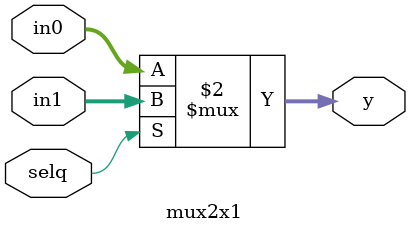
<source format=sv>
`timescale 1ns / 1ps


module mux2x1 
#(parameter N = 4)
(
    input logic [N-1:0] in1,       
    input logic [N-1:0] in0,       
    input logic selq,     
    output logic [N-1:0] y       
);

  assign y = (selq == 1'b1) ? in1 : in0;

endmodule

</source>
